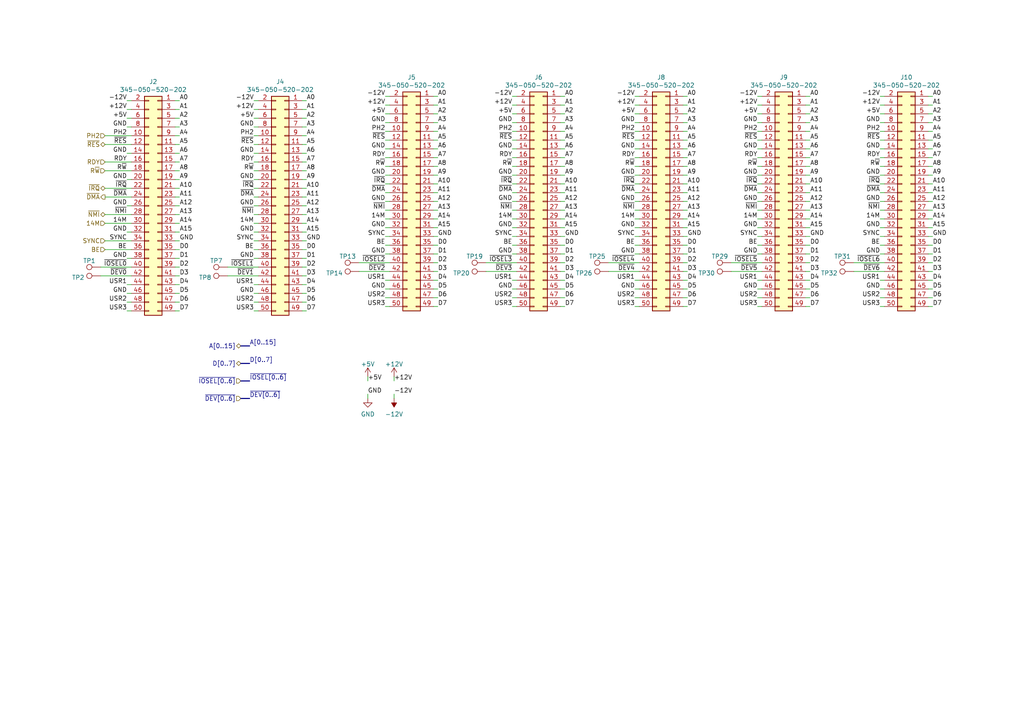
<source format=kicad_sch>
(kicad_sch (version 20211123) (generator eeschema)
  (paper "A4")
  (lib_symbols
    (symbol "Connector:TestPoint" (pin_numbers hide) (pin_names (offset 0.762) hide)
      (property "Reference" "TP" (at 0 6.858 0))
      (property "Value" "TestPoint" (at 0 5.08 0))
      (symbol "TestPoint_0_1"
        (circle (center 0 3.302) (radius 0.762))
      )
      (symbol "TestPoint_1_1"
        (pin passive line (at 0 0 90) (length 2.54) (name "1") (number "1"))
      )
    )
    (symbol "Connector_Generic:Conn_02x25_Odd_Even" (pin_names (offset 1.016) hide)
      (property "Reference" "J" (at 1.27 33.02 0))
      (property "Value" "Conn_02x25_Odd_Even" (at 1.27 -33.02 0))
      (symbol "Conn_02x25_Odd_Even_1_1"
        (rectangle (start -1.27 -30.353) (end 0 -30.607) (stroke (width 0.1524)))
        (rectangle (start -1.27 -27.813) (end 0 -28.067) (stroke (width 0.1524)))
        (rectangle (start -1.27 -25.273) (end 0 -25.527) (stroke (width 0.1524)))
        (rectangle (start -1.27 -22.733) (end 0 -22.987) (stroke (width 0.1524)))
        (rectangle (start -1.27 -20.193) (end 0 -20.447) (stroke (width 0.1524)))
        (rectangle (start -1.27 -17.653) (end 0 -17.907) (stroke (width 0.1524)))
        (rectangle (start -1.27 -15.113) (end 0 -15.367) (stroke (width 0.1524)))
        (rectangle (start -1.27 -12.573) (end 0 -12.827) (stroke (width 0.1524)))
        (rectangle (start -1.27 -10.033) (end 0 -10.287) (stroke (width 0.1524)))
        (rectangle (start -1.27 -7.493) (end 0 -7.747) (stroke (width 0.1524)))
        (rectangle (start -1.27 -4.953) (end 0 -5.207) (stroke (width 0.1524)))
        (rectangle (start -1.27 -2.413) (end 0 -2.667) (stroke (width 0.1524)))
        (rectangle (start -1.27 0.127) (end 0 -0.127) (stroke (width 0.1524)))
        (rectangle (start -1.27 2.667) (end 0 2.413) (stroke (width 0.1524)))
        (rectangle (start -1.27 5.207) (end 0 4.953) (stroke (width 0.1524)))
        (rectangle (start -1.27 7.747) (end 0 7.493) (stroke (width 0.1524)))
        (rectangle (start -1.27 10.287) (end 0 10.033) (stroke (width 0.1524)))
        (rectangle (start -1.27 12.827) (end 0 12.573) (stroke (width 0.1524)))
        (rectangle (start -1.27 15.367) (end 0 15.113) (stroke (width 0.1524)))
        (rectangle (start -1.27 17.907) (end 0 17.653) (stroke (width 0.1524)))
        (rectangle (start -1.27 20.447) (end 0 20.193) (stroke (width 0.1524)))
        (rectangle (start -1.27 22.987) (end 0 22.733) (stroke (width 0.1524)))
        (rectangle (start -1.27 25.527) (end 0 25.273) (stroke (width 0.1524)))
        (rectangle (start -1.27 28.067) (end 0 27.813) (stroke (width 0.1524)))
        (rectangle (start -1.27 30.607) (end 0 30.353) (stroke (width 0.1524)))
        (rectangle (start -1.27 31.75) (end 3.81 -31.75) (stroke (width 0.254)) (fill (type background)))
        (rectangle (start 3.81 -30.353) (end 2.54 -30.607) (stroke (width 0.1524)))
        (rectangle (start 3.81 -27.813) (end 2.54 -28.067) (stroke (width 0.1524)))
        (rectangle (start 3.81 -25.273) (end 2.54 -25.527) (stroke (width 0.1524)))
        (rectangle (start 3.81 -22.733) (end 2.54 -22.987) (stroke (width 0.1524)))
        (rectangle (start 3.81 -20.193) (end 2.54 -20.447) (stroke (width 0.1524)))
        (rectangle (start 3.81 -17.653) (end 2.54 -17.907) (stroke (width 0.1524)))
        (rectangle (start 3.81 -15.113) (end 2.54 -15.367) (stroke (width 0.1524)))
        (rectangle (start 3.81 -12.573) (end 2.54 -12.827) (stroke (width 0.1524)))
        (rectangle (start 3.81 -10.033) (end 2.54 -10.287) (stroke (width 0.1524)))
        (rectangle (start 3.81 -7.493) (end 2.54 -7.747) (stroke (width 0.1524)))
        (rectangle (start 3.81 -4.953) (end 2.54 -5.207) (stroke (width 0.1524)))
        (rectangle (start 3.81 -2.413) (end 2.54 -2.667) (stroke (width 0.1524)))
        (rectangle (start 3.81 0.127) (end 2.54 -0.127) (stroke (width 0.1524)))
        (rectangle (start 3.81 2.667) (end 2.54 2.413) (stroke (width 0.1524)))
        (rectangle (start 3.81 5.207) (end 2.54 4.953) (stroke (width 0.1524)))
        (rectangle (start 3.81 7.747) (end 2.54 7.493) (stroke (width 0.1524)))
        (rectangle (start 3.81 10.287) (end 2.54 10.033) (stroke (width 0.1524)))
        (rectangle (start 3.81 12.827) (end 2.54 12.573) (stroke (width 0.1524)))
        (rectangle (start 3.81 15.367) (end 2.54 15.113) (stroke (width 0.1524)))
        (rectangle (start 3.81 17.907) (end 2.54 17.653) (stroke (width 0.1524)))
        (rectangle (start 3.81 20.447) (end 2.54 20.193) (stroke (width 0.1524)))
        (rectangle (start 3.81 22.987) (end 2.54 22.733) (stroke (width 0.1524)))
        (rectangle (start 3.81 25.527) (end 2.54 25.273) (stroke (width 0.1524)))
        (rectangle (start 3.81 28.067) (end 2.54 27.813) (stroke (width 0.1524)))
        (rectangle (start 3.81 30.607) (end 2.54 30.353) (stroke (width 0.1524)))
        (pin passive line (at -5.08 30.48 0) (length 3.81) (name "Pin_1") (number "1"))
        (pin passive line (at 7.62 20.32 180) (length 3.81) (name "Pin_10") (number "10"))
        (pin passive line (at -5.08 17.78 0) (length 3.81) (name "Pin_11") (number "11"))
        (pin passive line (at 7.62 17.78 180) (length 3.81) (name "Pin_12") (number "12"))
        (pin passive line (at -5.08 15.24 0) (length 3.81) (name "Pin_13") (number "13"))
        (pin passive line (at 7.62 15.24 180) (length 3.81) (name "Pin_14") (number "14"))
        (pin passive line (at -5.08 12.7 0) (length 3.81) (name "Pin_15") (number "15"))
        (pin passive line (at 7.62 12.7 180) (length 3.81) (name "Pin_16") (number "16"))
        (pin passive line (at -5.08 10.16 0) (length 3.81) (name "Pin_17") (number "17"))
        (pin passive line (at 7.62 10.16 180) (length 3.81) (name "Pin_18") (number "18"))
        (pin passive line (at -5.08 7.62 0) (length 3.81) (name "Pin_19") (number "19"))
        (pin passive line (at 7.62 30.48 180) (length 3.81) (name "Pin_2") (number "2"))
        (pin passive line (at 7.62 7.62 180) (length 3.81) (name "Pin_20") (number "20"))
        (pin passive line (at -5.08 5.08 0) (length 3.81) (name "Pin_21") (number "21"))
        (pin passive line (at 7.62 5.08 180) (length 3.81) (name "Pin_22") (number "22"))
        (pin passive line (at -5.08 2.54 0) (length 3.81) (name "Pin_23") (number "23"))
        (pin passive line (at 7.62 2.54 180) (length 3.81) (name "Pin_24") (number "24"))
        (pin passive line (at -5.08 0 0) (length 3.81) (name "Pin_25") (number "25"))
        (pin passive line (at 7.62 0 180) (length 3.81) (name "Pin_26") (number "26"))
        (pin passive line (at -5.08 -2.54 0) (length 3.81) (name "Pin_27") (number "27"))
        (pin passive line (at 7.62 -2.54 180) (length 3.81) (name "Pin_28") (number "28"))
        (pin passive line (at -5.08 -5.08 0) (length 3.81) (name "Pin_29") (number "29"))
        (pin passive line (at -5.08 27.94 0) (length 3.81) (name "Pin_3") (number "3"))
        (pin passive line (at 7.62 -5.08 180) (length 3.81) (name "Pin_30") (number "30"))
        (pin passive line (at -5.08 -7.62 0) (length 3.81) (name "Pin_31") (number "31"))
        (pin passive line (at 7.62 -7.62 180) (length 3.81) (name "Pin_32") (number "32"))
        (pin passive line (at -5.08 -10.16 0) (length 3.81) (name "Pin_33") (number "33"))
        (pin passive line (at 7.62 -10.16 180) (length 3.81) (name "Pin_34") (number "34"))
        (pin passive line (at -5.08 -12.7 0) (length 3.81) (name "Pin_35") (number "35"))
        (pin passive line (at 7.62 -12.7 180) (length 3.81) (name "Pin_36") (number "36"))
        (pin passive line (at -5.08 -15.24 0) (length 3.81) (name "Pin_37") (number "37"))
        (pin passive line (at 7.62 -15.24 180) (length 3.81) (name "Pin_38") (number "38"))
        (pin passive line (at -5.08 -17.78 0) (length 3.81) (name "Pin_39") (number "39"))
        (pin passive line (at 7.62 27.94 180) (length 3.81) (name "Pin_4") (number "4"))
        (pin passive line (at 7.62 -17.78 180) (length 3.81) (name "Pin_40") (number "40"))
        (pin passive line (at -5.08 -20.32 0) (length 3.81) (name "Pin_41") (number "41"))
        (pin passive line (at 7.62 -20.32 180) (length 3.81) (name "Pin_42") (number "42"))
        (pin passive line (at -5.08 -22.86 0) (length 3.81) (name "Pin_43") (number "43"))
        (pin passive line (at 7.62 -22.86 180) (length 3.81) (name "Pin_44") (number "44"))
        (pin passive line (at -5.08 -25.4 0) (length 3.81) (name "Pin_45") (number "45"))
        (pin passive line (at 7.62 -25.4 180) (length 3.81) (name "Pin_46") (number "46"))
        (pin passive line (at -5.08 -27.94 0) (length 3.81) (name "Pin_47") (number "47"))
        (pin passive line (at 7.62 -27.94 180) (length 3.81) (name "Pin_48") (number "48"))
        (pin passive line (at -5.08 -30.48 0) (length 3.81) (name "Pin_49") (number "49"))
        (pin passive line (at -5.08 25.4 0) (length 3.81) (name "Pin_5") (number "5"))
        (pin passive line (at 7.62 -30.48 180) (length 3.81) (name "Pin_50") (number "50"))
        (pin passive line (at 7.62 25.4 180) (length 3.81) (name "Pin_6") (number "6"))
        (pin passive line (at -5.08 22.86 0) (length 3.81) (name "Pin_7") (number "7"))
        (pin passive line (at 7.62 22.86 180) (length 3.81) (name "Pin_8") (number "8"))
        (pin passive line (at -5.08 20.32 0) (length 3.81) (name "Pin_9") (number "9"))
      )
    )
    (symbol "power:+12V" (power) (pin_names (offset 0))
      (property "Value" "+12V" (at 0 3.556 0))
      (symbol "+12V_0_1"
        (polyline (pts (xy -0.762 1.27) (xy 0 2.54)))
        (polyline (pts (xy 0 0) (xy 0 2.54)))
        (polyline (pts (xy 0 2.54) (xy 0.762 1.27)))
      )
      (symbol "+12V_1_1"
        (pin power_in line (at 0 0 90) (length 0) hide (name "+12V") (number "1"))
      )
    )
    (symbol "power:+5V" (power) (pin_names (offset 0))
      (property "Value" "+5V" (at 0 3.556 0))
      (symbol "+5V_0_1"
        (polyline (pts (xy -0.762 1.27) (xy 0 2.54)))
        (polyline (pts (xy 0 0) (xy 0 2.54)))
        (polyline (pts (xy 0 2.54) (xy 0.762 1.27)))
      )
      (symbol "+5V_1_1"
        (pin power_in line (at 0 0 90) (length 0) hide (name "+5V") (number "1"))
      )
    )
    (symbol "power:-12V" (power) (pin_names (offset 0))
      (property "Value" "-12V" (at 0 3.81 0))
      (symbol "-12V_0_0"
        (pin power_in line (at 0 0 90) (length 0) hide (name "-12V") (number "1"))
      )
      (symbol "-12V_0_1"
        (polyline (pts (xy 0 0) (xy 0 1.27) (xy 0.762 1.27) (xy 0 2.54) (xy -0.762 1.27) (xy 0 1.27)) (fill (type outline)))
      )
    )
    (symbol "power:GND" (power) (pin_names (offset 0))
      (property "Value" "GND" (at 0 -3.81 0))
      (symbol "GND_0_1"
        (polyline (pts (xy 0 0) (xy 0 -1.27) (xy 1.27 -1.27) (xy 0 -2.54) (xy -1.27 -1.27) (xy 0 -1.27)))
      )
      (symbol "GND_1_1"
        (pin power_in line (at 0 0 270) (length 0) hide (name "GND") (number "1"))
      )
    )
  )
  (wire (pts (xy 184.15 88.9) (xy 185.42 88.9)))
  (wire (pts (xy 219.71 73.66) (xy 220.98 73.66)))
  (wire (pts (xy 73.66 72.39) (xy 74.93 72.39)))
  (wire (pts (xy 50.8 74.93) (xy 52.07 74.93)))
  (wire (pts (xy 111.76 81.28) (xy 113.03 81.28)))
  (wire (pts (xy 125.73 55.88) (xy 127 55.88)))
  (wire (pts (xy 162.56 43.18) (xy 163.83 43.18)))
  (wire (pts (xy 87.63 29.21) (xy 88.9 29.21)))
  (wire (pts (xy 106.68 114.3) (xy 106.68 115.57)))
  (wire (pts (xy 198.12 86.36) (xy 199.39 86.36)))
  (wire (pts (xy 233.68 63.5) (xy 234.95 63.5)))
  (wire (pts (xy 87.63 87.63) (xy 88.9 87.63)))
  (wire (pts (xy 233.68 71.12) (xy 234.95 71.12)))
  (wire (pts (xy 198.12 53.34) (xy 199.39 53.34)))
  (wire (pts (xy 219.71 27.94) (xy 220.98 27.94)))
  (wire (pts (xy 255.27 55.88) (xy 256.54 55.88)))
  (wire (pts (xy 87.63 67.31) (xy 88.9 67.31)))
  (wire (pts (xy 30.48 69.85) (xy 38.1 69.85)))
  (wire (pts (xy 233.68 53.34) (xy 234.95 53.34)))
  (wire (pts (xy 50.8 34.29) (xy 52.07 34.29)))
  (wire (pts (xy 87.63 59.69) (xy 88.9 59.69)))
  (wire (pts (xy 125.73 76.2) (xy 127 76.2)))
  (wire (pts (xy 184.15 35.56) (xy 185.42 35.56)))
  (wire (pts (xy 73.66 49.53) (xy 74.93 49.53)))
  (wire (pts (xy 73.66 31.75) (xy 74.93 31.75)))
  (bus (pts (xy 69.85 100.33) (xy 72.39 100.33)))
  (wire (pts (xy 184.15 45.72) (xy 185.42 45.72)))
  (wire (pts (xy 198.12 83.82) (xy 199.39 83.82)))
  (wire (pts (xy 87.63 31.75) (xy 88.9 31.75)))
  (wire (pts (xy 36.83 90.17) (xy 38.1 90.17)))
  (wire (pts (xy 269.24 50.8) (xy 270.51 50.8)))
  (wire (pts (xy 233.68 66.04) (xy 234.95 66.04)))
  (wire (pts (xy 255.27 53.34) (xy 256.54 53.34)))
  (wire (pts (xy 162.56 48.26) (xy 163.83 48.26)))
  (wire (pts (xy 87.63 72.39) (xy 88.9 72.39)))
  (wire (pts (xy 125.73 66.04) (xy 127 66.04)))
  (wire (pts (xy 233.68 55.88) (xy 234.95 55.88)))
  (wire (pts (xy 269.24 48.26) (xy 270.51 48.26)))
  (wire (pts (xy 184.15 60.96) (xy 185.42 60.96)))
  (wire (pts (xy 269.24 45.72) (xy 270.51 45.72)))
  (wire (pts (xy 50.8 87.63) (xy 52.07 87.63)))
  (wire (pts (xy 30.48 54.61) (xy 38.1 54.61)))
  (wire (pts (xy 87.63 54.61) (xy 88.9 54.61)))
  (wire (pts (xy 184.15 53.34) (xy 185.42 53.34)))
  (wire (pts (xy 269.24 38.1) (xy 270.51 38.1)))
  (wire (pts (xy 184.15 86.36) (xy 185.42 86.36)))
  (bus (pts (xy 69.85 115.57) (xy 72.39 115.57)))
  (wire (pts (xy 255.27 43.18) (xy 256.54 43.18)))
  (wire (pts (xy 162.56 35.56) (xy 163.83 35.56)))
  (wire (pts (xy 219.71 43.18) (xy 220.98 43.18)))
  (wire (pts (xy 269.24 68.58) (xy 270.51 68.58)))
  (wire (pts (xy 73.66 85.09) (xy 74.93 85.09)))
  (wire (pts (xy 148.59 60.96) (xy 149.86 60.96)))
  (wire (pts (xy 269.24 78.74) (xy 270.51 78.74)))
  (wire (pts (xy 233.68 83.82) (xy 234.95 83.82)))
  (wire (pts (xy 125.73 45.72) (xy 127 45.72)))
  (wire (pts (xy 50.8 57.15) (xy 52.07 57.15)))
  (wire (pts (xy 198.12 35.56) (xy 199.39 35.56)))
  (wire (pts (xy 73.66 41.91) (xy 74.93 41.91)))
  (wire (pts (xy 219.71 88.9) (xy 220.98 88.9)))
  (wire (pts (xy 36.83 52.07) (xy 38.1 52.07)))
  (wire (pts (xy 87.63 69.85) (xy 88.9 69.85)))
  (wire (pts (xy 50.8 85.09) (xy 52.07 85.09)))
  (wire (pts (xy 219.71 35.56) (xy 220.98 35.56)))
  (wire (pts (xy 148.59 35.56) (xy 149.86 35.56)))
  (wire (pts (xy 73.66 52.07) (xy 74.93 52.07)))
  (wire (pts (xy 29.21 77.47) (xy 38.1 77.47)))
  (wire (pts (xy 30.48 46.99) (xy 38.1 46.99)))
  (wire (pts (xy 73.66 54.61) (xy 74.93 54.61)))
  (wire (pts (xy 125.73 40.64) (xy 127 40.64)))
  (wire (pts (xy 73.66 62.23) (xy 74.93 62.23)))
  (wire (pts (xy 219.71 58.42) (xy 220.98 58.42)))
  (wire (pts (xy 219.71 63.5) (xy 220.98 63.5)))
  (wire (pts (xy 176.53 78.74) (xy 185.42 78.74)))
  (wire (pts (xy 125.73 30.48) (xy 127 30.48)))
  (wire (pts (xy 219.71 66.04) (xy 220.98 66.04)))
  (wire (pts (xy 87.63 62.23) (xy 88.9 62.23)))
  (wire (pts (xy 255.27 60.96) (xy 256.54 60.96)))
  (wire (pts (xy 111.76 83.82) (xy 113.03 83.82)))
  (wire (pts (xy 162.56 86.36) (xy 163.83 86.36)))
  (wire (pts (xy 269.24 71.12) (xy 270.51 71.12)))
  (wire (pts (xy 87.63 64.77) (xy 88.9 64.77)))
  (wire (pts (xy 87.63 57.15) (xy 88.9 57.15)))
  (wire (pts (xy 50.8 82.55) (xy 52.07 82.55)))
  (wire (pts (xy 36.83 34.29) (xy 38.1 34.29)))
  (wire (pts (xy 30.48 62.23) (xy 38.1 62.23)))
  (wire (pts (xy 255.27 73.66) (xy 256.54 73.66)))
  (wire (pts (xy 255.27 71.12) (xy 256.54 71.12)))
  (wire (pts (xy 73.66 69.85) (xy 74.93 69.85)))
  (wire (pts (xy 184.15 68.58) (xy 185.42 68.58)))
  (wire (pts (xy 198.12 68.58) (xy 199.39 68.58)))
  (wire (pts (xy 125.73 68.58) (xy 127 68.58)))
  (wire (pts (xy 184.15 48.26) (xy 185.42 48.26)))
  (wire (pts (xy 87.63 49.53) (xy 88.9 49.53)))
  (wire (pts (xy 104.14 76.2) (xy 113.03 76.2)))
  (wire (pts (xy 50.8 46.99) (xy 52.07 46.99)))
  (wire (pts (xy 198.12 76.2) (xy 199.39 76.2)))
  (wire (pts (xy 162.56 71.12) (xy 163.83 71.12)))
  (wire (pts (xy 87.63 80.01) (xy 88.9 80.01)))
  (wire (pts (xy 111.76 55.88) (xy 113.03 55.88)))
  (wire (pts (xy 125.73 83.82) (xy 127 83.82)))
  (wire (pts (xy 247.65 76.2) (xy 256.54 76.2)))
  (wire (pts (xy 219.71 33.02) (xy 220.98 33.02)))
  (wire (pts (xy 73.66 46.99) (xy 74.93 46.99)))
  (wire (pts (xy 233.68 81.28) (xy 234.95 81.28)))
  (wire (pts (xy 255.27 88.9) (xy 256.54 88.9)))
  (wire (pts (xy 87.63 44.45) (xy 88.9 44.45)))
  (wire (pts (xy 36.83 87.63) (xy 38.1 87.63)))
  (wire (pts (xy 36.83 85.09) (xy 38.1 85.09)))
  (wire (pts (xy 125.73 27.94) (xy 127 27.94)))
  (wire (pts (xy 198.12 48.26) (xy 199.39 48.26)))
  (wire (pts (xy 198.12 58.42) (xy 199.39 58.42)))
  (wire (pts (xy 114.3 109.22) (xy 114.3 110.49)))
  (wire (pts (xy 50.8 59.69) (xy 52.07 59.69)))
  (wire (pts (xy 125.73 38.1) (xy 127 38.1)))
  (wire (pts (xy 73.66 34.29) (xy 74.93 34.29)))
  (wire (pts (xy 176.53 76.2) (xy 185.42 76.2)))
  (wire (pts (xy 162.56 83.82) (xy 163.83 83.82)))
  (wire (pts (xy 50.8 69.85) (xy 52.07 69.85)))
  (wire (pts (xy 184.15 30.48) (xy 185.42 30.48)))
  (wire (pts (xy 198.12 78.74) (xy 199.39 78.74)))
  (wire (pts (xy 269.24 40.64) (xy 270.51 40.64)))
  (wire (pts (xy 233.68 45.72) (xy 234.95 45.72)))
  (wire (pts (xy 87.63 39.37) (xy 88.9 39.37)))
  (wire (pts (xy 148.59 45.72) (xy 149.86 45.72)))
  (wire (pts (xy 87.63 77.47) (xy 88.9 77.47)))
  (wire (pts (xy 269.24 63.5) (xy 270.51 63.5)))
  (wire (pts (xy 219.71 81.28) (xy 220.98 81.28)))
  (wire (pts (xy 269.24 88.9) (xy 270.51 88.9)))
  (wire (pts (xy 111.76 60.96) (xy 113.03 60.96)))
  (wire (pts (xy 148.59 40.64) (xy 149.86 40.64)))
  (wire (pts (xy 162.56 66.04) (xy 163.83 66.04)))
  (wire (pts (xy 87.63 46.99) (xy 88.9 46.99)))
  (wire (pts (xy 184.15 55.88) (xy 185.42 55.88)))
  (wire (pts (xy 111.76 40.64) (xy 113.03 40.64)))
  (wire (pts (xy 50.8 54.61) (xy 52.07 54.61)))
  (wire (pts (xy 30.48 39.37) (xy 38.1 39.37)))
  (wire (pts (xy 111.76 63.5) (xy 113.03 63.5)))
  (wire (pts (xy 87.63 34.29) (xy 88.9 34.29)))
  (wire (pts (xy 255.27 58.42) (xy 256.54 58.42)))
  (wire (pts (xy 198.12 50.8) (xy 199.39 50.8)))
  (wire (pts (xy 198.12 30.48) (xy 199.39 30.48)))
  (wire (pts (xy 184.15 50.8) (xy 185.42 50.8)))
  (wire (pts (xy 233.68 27.94) (xy 234.95 27.94)))
  (wire (pts (xy 233.68 60.96) (xy 234.95 60.96)))
  (wire (pts (xy 111.76 27.94) (xy 113.03 27.94)))
  (bus (pts (xy 69.85 110.49) (xy 72.39 110.49)))
  (wire (pts (xy 111.76 88.9) (xy 113.03 88.9)))
  (wire (pts (xy 212.09 76.2) (xy 220.98 76.2)))
  (wire (pts (xy 219.71 30.48) (xy 220.98 30.48)))
  (wire (pts (xy 111.76 35.56) (xy 113.03 35.56)))
  (wire (pts (xy 198.12 38.1) (xy 199.39 38.1)))
  (wire (pts (xy 148.59 38.1) (xy 149.86 38.1)))
  (wire (pts (xy 255.27 40.64) (xy 256.54 40.64)))
  (wire (pts (xy 162.56 76.2) (xy 163.83 76.2)))
  (wire (pts (xy 50.8 77.47) (xy 52.07 77.47)))
  (wire (pts (xy 111.76 66.04) (xy 113.03 66.04)))
  (wire (pts (xy 125.73 60.96) (xy 127 60.96)))
  (wire (pts (xy 219.71 40.64) (xy 220.98 40.64)))
  (wire (pts (xy 36.83 29.21) (xy 38.1 29.21)))
  (wire (pts (xy 219.71 48.26) (xy 220.98 48.26)))
  (wire (pts (xy 162.56 60.96) (xy 163.83 60.96)))
  (wire (pts (xy 255.27 68.58) (xy 256.54 68.58)))
  (wire (pts (xy 255.27 33.02) (xy 256.54 33.02)))
  (wire (pts (xy 219.71 45.72) (xy 220.98 45.72)))
  (wire (pts (xy 233.68 35.56) (xy 234.95 35.56)))
  (wire (pts (xy 125.73 48.26) (xy 127 48.26)))
  (wire (pts (xy 148.59 68.58) (xy 149.86 68.58)))
  (wire (pts (xy 184.15 33.02) (xy 185.42 33.02)))
  (wire (pts (xy 198.12 66.04) (xy 199.39 66.04)))
  (wire (pts (xy 36.83 31.75) (xy 38.1 31.75)))
  (wire (pts (xy 219.71 38.1) (xy 220.98 38.1)))
  (wire (pts (xy 233.68 43.18) (xy 234.95 43.18)))
  (wire (pts (xy 87.63 52.07) (xy 88.9 52.07)))
  (wire (pts (xy 111.76 33.02) (xy 113.03 33.02)))
  (wire (pts (xy 219.71 50.8) (xy 220.98 50.8)))
  (wire (pts (xy 125.73 78.74) (xy 127 78.74)))
  (wire (pts (xy 73.66 82.55) (xy 74.93 82.55)))
  (bus (pts (xy 69.85 105.41) (xy 72.39 105.41)))
  (wire (pts (xy 255.27 35.56) (xy 256.54 35.56)))
  (wire (pts (xy 30.48 57.15) (xy 38.1 57.15)))
  (wire (pts (xy 73.66 87.63) (xy 74.93 87.63)))
  (wire (pts (xy 36.83 82.55) (xy 38.1 82.55)))
  (wire (pts (xy 73.66 44.45) (xy 74.93 44.45)))
  (wire (pts (xy 162.56 81.28) (xy 163.83 81.28)))
  (wire (pts (xy 255.27 63.5) (xy 256.54 63.5)))
  (wire (pts (xy 212.09 78.74) (xy 220.98 78.74)))
  (wire (pts (xy 162.56 73.66) (xy 163.83 73.66)))
  (wire (pts (xy 184.15 38.1) (xy 185.42 38.1)))
  (wire (pts (xy 219.71 68.58) (xy 220.98 68.58)))
  (wire (pts (xy 30.48 72.39) (xy 38.1 72.39)))
  (wire (pts (xy 269.24 53.34) (xy 270.51 53.34)))
  (wire (pts (xy 50.8 29.21) (xy 52.07 29.21)))
  (wire (pts (xy 111.76 45.72) (xy 113.03 45.72)))
  (wire (pts (xy 233.68 73.66) (xy 234.95 73.66)))
  (wire (pts (xy 162.56 27.94) (xy 163.83 27.94)))
  (wire (pts (xy 219.71 83.82) (xy 220.98 83.82)))
  (wire (pts (xy 255.27 83.82) (xy 256.54 83.82)))
  (wire (pts (xy 233.68 38.1) (xy 234.95 38.1)))
  (wire (pts (xy 184.15 40.64) (xy 185.42 40.64)))
  (wire (pts (xy 125.73 35.56) (xy 127 35.56)))
  (wire (pts (xy 50.8 80.01) (xy 52.07 80.01)))
  (wire (pts (xy 50.8 67.31) (xy 52.07 67.31)))
  (wire (pts (xy 162.56 55.88) (xy 163.83 55.88)))
  (wire (pts (xy 87.63 74.93) (xy 88.9 74.93)))
  (wire (pts (xy 219.71 60.96) (xy 220.98 60.96)))
  (wire (pts (xy 87.63 36.83) (xy 88.9 36.83)))
  (wire (pts (xy 125.73 81.28) (xy 127 81.28)))
  (wire (pts (xy 73.66 36.83) (xy 74.93 36.83)))
  (wire (pts (xy 233.68 40.64) (xy 234.95 40.64)))
  (wire (pts (xy 233.68 86.36) (xy 234.95 86.36)))
  (wire (pts (xy 162.56 30.48) (xy 163.83 30.48)))
  (wire (pts (xy 50.8 72.39) (xy 52.07 72.39)))
  (wire (pts (xy 73.66 90.17) (xy 74.93 90.17)))
  (wire (pts (xy 148.59 81.28) (xy 149.86 81.28)))
  (wire (pts (xy 73.66 39.37) (xy 74.93 39.37)))
  (wire (pts (xy 162.56 88.9) (xy 163.83 88.9)))
  (wire (pts (xy 125.73 58.42) (xy 127 58.42)))
  (wire (pts (xy 198.12 45.72) (xy 199.39 45.72)))
  (wire (pts (xy 125.73 50.8) (xy 127 50.8)))
  (wire (pts (xy 255.27 38.1) (xy 256.54 38.1)))
  (wire (pts (xy 36.83 59.69) (xy 38.1 59.69)))
  (wire (pts (xy 50.8 41.91) (xy 52.07 41.91)))
  (wire (pts (xy 198.12 71.12) (xy 199.39 71.12)))
  (wire (pts (xy 162.56 45.72) (xy 163.83 45.72)))
  (wire (pts (xy 87.63 85.09) (xy 88.9 85.09)))
  (wire (pts (xy 73.66 29.21) (xy 74.93 29.21)))
  (wire (pts (xy 50.8 39.37) (xy 52.07 39.37)))
  (wire (pts (xy 269.24 86.36) (xy 270.51 86.36)))
  (wire (pts (xy 73.66 67.31) (xy 74.93 67.31)))
  (wire (pts (xy 111.76 86.36) (xy 113.03 86.36)))
  (wire (pts (xy 125.73 88.9) (xy 127 88.9)))
  (wire (pts (xy 148.59 27.94) (xy 149.86 27.94)))
  (wire (pts (xy 140.97 78.74) (xy 149.86 78.74)))
  (wire (pts (xy 269.24 66.04) (xy 270.51 66.04)))
  (wire (pts (xy 114.3 114.3) (xy 114.3 115.57)))
  (wire (pts (xy 198.12 40.64) (xy 199.39 40.64)))
  (wire (pts (xy 148.59 55.88) (xy 149.86 55.88)))
  (wire (pts (xy 255.27 81.28) (xy 256.54 81.28)))
  (wire (pts (xy 184.15 83.82) (xy 185.42 83.82)))
  (wire (pts (xy 198.12 60.96) (xy 199.39 60.96)))
  (wire (pts (xy 73.66 57.15) (xy 74.93 57.15)))
  (wire (pts (xy 125.73 43.18) (xy 127 43.18)))
  (wire (pts (xy 148.59 48.26) (xy 149.86 48.26)))
  (wire (pts (xy 50.8 90.17) (xy 52.07 90.17)))
  (wire (pts (xy 30.48 49.53) (xy 38.1 49.53)))
  (wire (pts (xy 111.76 68.58) (xy 113.03 68.58)))
  (wire (pts (xy 269.24 76.2) (xy 270.51 76.2)))
  (wire (pts (xy 269.24 33.02) (xy 270.51 33.02)))
  (wire (pts (xy 50.8 31.75) (xy 52.07 31.75)))
  (wire (pts (xy 255.27 27.94) (xy 256.54 27.94)))
  (wire (pts (xy 87.63 41.91) (xy 88.9 41.91)))
  (wire (pts (xy 184.15 71.12) (xy 185.42 71.12)))
  (wire (pts (xy 111.76 48.26) (xy 113.03 48.26)))
  (wire (pts (xy 233.68 88.9) (xy 234.95 88.9)))
  (wire (pts (xy 106.68 109.22) (xy 106.68 110.49)))
  (wire (pts (xy 50.8 62.23) (xy 52.07 62.23)))
  (wire (pts (xy 148.59 50.8) (xy 149.86 50.8)))
  (wire (pts (xy 162.56 40.64) (xy 163.83 40.64)))
  (wire (pts (xy 36.83 36.83) (xy 38.1 36.83)))
  (wire (pts (xy 148.59 30.48) (xy 149.86 30.48)))
  (wire (pts (xy 148.59 43.18) (xy 149.86 43.18)))
  (wire (pts (xy 162.56 58.42) (xy 163.83 58.42)))
  (wire (pts (xy 111.76 38.1) (xy 113.03 38.1)))
  (wire (pts (xy 184.15 63.5) (xy 185.42 63.5)))
  (wire (pts (xy 125.73 73.66) (xy 127 73.66)))
  (wire (pts (xy 198.12 27.94) (xy 199.39 27.94)))
  (wire (pts (xy 66.04 77.47) (xy 74.93 77.47)))
  (wire (pts (xy 125.73 86.36) (xy 127 86.36)))
  (wire (pts (xy 233.68 30.48) (xy 234.95 30.48)))
  (wire (pts (xy 104.14 78.74) (xy 113.03 78.74)))
  (wire (pts (xy 184.15 27.94) (xy 185.42 27.94)))
  (wire (pts (xy 233.68 76.2) (xy 234.95 76.2)))
  (wire (pts (xy 125.73 71.12) (xy 127 71.12)))
  (wire (pts (xy 148.59 66.04) (xy 149.86 66.04)))
  (wire (pts (xy 125.73 63.5) (xy 127 63.5)))
  (wire (pts (xy 50.8 49.53) (xy 52.07 49.53)))
  (wire (pts (xy 73.66 74.93) (xy 74.93 74.93)))
  (wire (pts (xy 125.73 33.02) (xy 127 33.02)))
  (wire (pts (xy 111.76 53.34) (xy 113.03 53.34)))
  (wire (pts (xy 184.15 66.04) (xy 185.42 66.04)))
  (wire (pts (xy 269.24 81.28) (xy 270.51 81.28)))
  (wire (pts (xy 148.59 53.34) (xy 149.86 53.34)))
  (wire (pts (xy 269.24 58.42) (xy 270.51 58.42)))
  (wire (pts (xy 66.04 80.01) (xy 74.93 80.01)))
  (wire (pts (xy 73.66 64.77) (xy 74.93 64.77)))
  (wire (pts (xy 269.24 83.82) (xy 270.51 83.82)))
  (wire (pts (xy 162.56 38.1) (xy 163.83 38.1)))
  (wire (pts (xy 162.56 68.58) (xy 163.83 68.58)))
  (wire (pts (xy 269.24 73.66) (xy 270.51 73.66)))
  (wire (pts (xy 148.59 63.5) (xy 149.86 63.5)))
  (wire (pts (xy 36.83 44.45) (xy 38.1 44.45)))
  (wire (pts (xy 255.27 50.8) (xy 256.54 50.8)))
  (wire (pts (xy 269.24 30.48) (xy 270.51 30.48)))
  (wire (pts (xy 29.21 80.01) (xy 38.1 80.01)))
  (wire (pts (xy 198.12 63.5) (xy 199.39 63.5)))
  (wire (pts (xy 111.76 73.66) (xy 113.03 73.66)))
  (wire (pts (xy 111.76 58.42) (xy 113.03 58.42)))
  (wire (pts (xy 233.68 50.8) (xy 234.95 50.8)))
  (wire (pts (xy 269.24 35.56) (xy 270.51 35.56)))
  (wire (pts (xy 50.8 64.77) (xy 52.07 64.77)))
  (wire (pts (xy 233.68 68.58) (xy 234.95 68.58)))
  (wire (pts (xy 87.63 82.55) (xy 88.9 82.55)))
  (wire (pts (xy 50.8 36.83) (xy 52.07 36.83)))
  (wire (pts (xy 111.76 43.18) (xy 113.03 43.18)))
  (wire (pts (xy 255.27 30.48) (xy 256.54 30.48)))
  (wire (pts (xy 125.73 53.34) (xy 127 53.34)))
  (wire (pts (xy 255.27 66.04) (xy 256.54 66.04)))
  (wire (pts (xy 162.56 33.02) (xy 163.83 33.02)))
  (wire (pts (xy 255.27 48.26) (xy 256.54 48.26)))
  (wire (pts (xy 73.66 59.69) (xy 74.93 59.69)))
  (wire (pts (xy 111.76 71.12) (xy 113.03 71.12)))
  (wire (pts (xy 148.59 33.02) (xy 149.86 33.02)))
  (wire (pts (xy 233.68 78.74) (xy 234.95 78.74)))
  (wire (pts (xy 233.68 58.42) (xy 234.95 58.42)))
  (wire (pts (xy 233.68 48.26) (xy 234.95 48.26)))
  (wire (pts (xy 162.56 78.74) (xy 163.83 78.74)))
  (wire (pts (xy 50.8 44.45) (xy 52.07 44.45)))
  (wire (pts (xy 148.59 58.42) (xy 149.86 58.42)))
  (wire (pts (xy 148.59 83.82) (xy 149.86 83.82)))
  (wire (pts (xy 162.56 53.34) (xy 163.83 53.34)))
  (wire (pts (xy 36.83 67.31) (xy 38.1 67.31)))
  (wire (pts (xy 140.97 76.2) (xy 149.86 76.2)))
  (wire (pts (xy 162.56 63.5) (xy 163.83 63.5)))
  (wire (pts (xy 269.24 60.96) (xy 270.51 60.96)))
  (wire (pts (xy 148.59 88.9) (xy 149.86 88.9)))
  (wire (pts (xy 269.24 27.94) (xy 270.51 27.94)))
  (wire (pts (xy 255.27 45.72) (xy 256.54 45.72)))
  (wire (pts (xy 198.12 33.02) (xy 199.39 33.02)))
  (wire (pts (xy 50.8 52.07) (xy 52.07 52.07)))
  (wire (pts (xy 111.76 50.8) (xy 113.03 50.8)))
  (wire (pts (xy 269.24 43.18) (xy 270.51 43.18)))
  (wire (pts (xy 198.12 55.88) (xy 199.39 55.88)))
  (wire (pts (xy 184.15 81.28) (xy 185.42 81.28)))
  (wire (pts (xy 184.15 58.42) (xy 185.42 58.42)))
  (wire (pts (xy 184.15 73.66) (xy 185.42 73.66)))
  (wire (pts (xy 198.12 88.9) (xy 199.39 88.9)))
  (wire (pts (xy 198.12 81.28) (xy 199.39 81.28)))
  (wire (pts (xy 162.56 50.8) (xy 163.83 50.8)))
  (wire (pts (xy 219.71 53.34) (xy 220.98 53.34)))
  (wire (pts (xy 30.48 64.77) (xy 38.1 64.77)))
  (wire (pts (xy 148.59 86.36) (xy 149.86 86.36)))
  (wire (pts (xy 219.71 86.36) (xy 220.98 86.36)))
  (wire (pts (xy 198.12 43.18) (xy 199.39 43.18)))
  (wire (pts (xy 36.83 74.93) (xy 38.1 74.93)))
  (wire (pts (xy 269.24 55.88) (xy 270.51 55.88)))
  (wire (pts (xy 198.12 73.66) (xy 199.39 73.66)))
  (wire (pts (xy 255.27 86.36) (xy 256.54 86.36)))
  (wire (pts (xy 233.68 33.02) (xy 234.95 33.02)))
  (wire (pts (xy 148.59 73.66) (xy 149.86 73.66)))
  (wire (pts (xy 219.71 55.88) (xy 220.98 55.88)))
  (wire (pts (xy 184.15 43.18) (xy 185.42 43.18)))
  (wire (pts (xy 30.48 41.91) (xy 38.1 41.91)))
  (wire (pts (xy 111.76 30.48) (xy 113.03 30.48)))
  (wire (pts (xy 148.59 71.12) (xy 149.86 71.12)))
  (wire (pts (xy 87.63 90.17) (xy 88.9 90.17)))
  (wire (pts (xy 219.71 71.12) (xy 220.98 71.12)))
  (wire (pts (xy 247.65 78.74) (xy 256.54 78.74)))
  (label "-12V" (at 111.76 27.94 180))
  (label "USR2" (at 184.15 86.36 180))
  (label "A13" (at 270.51 60.96 0))
  (label "A7" (at 234.95 45.72 0))
  (label "D3" (at 52.07 80.01 0))
  (label "A0" (at 199.39 27.94 0))
  (label "A11" (at 199.39 55.88 0))
  (label "GND" (at 111.76 83.82 180))
  (label "A2" (at 199.39 33.02 0))
  (label "A6" (at 127 43.18 0))
  (label "GND" (at 36.83 59.69 180))
  (label "GND" (at 73.66 52.07 180))
  (label "~{DEV2}" (at 111.76 78.74 180))
  (label "GND" (at 255.27 50.8 180))
  (label "A14" (at 52.07 64.77 0))
  (label "~{NMI}" (at 184.15 60.96 180))
  (label "~{DEV6}" (at 255.27 78.74 180))
  (label "A5" (at 163.83 40.64 0))
  (label "GND" (at 255.27 83.82 180))
  (label "D5" (at 199.39 83.82 0))
  (label "USR3" (at 73.66 90.17 180))
  (label "GND" (at 111.76 73.66 180))
  (label "A11" (at 88.9 57.15 0))
  (label "GND" (at 111.76 50.8 180))
  (label "A8" (at 88.9 49.53 0))
  (label "A14" (at 234.95 63.5 0))
  (label "GND" (at 36.83 36.83 180))
  (label "+5V" (at 36.83 34.29 180))
  (label "GND" (at 219.71 83.82 180))
  (label "~{DMA}" (at 111.76 55.88 180))
  (label "~{IOSEL3}" (at 148.59 76.2 180))
  (label "D2" (at 270.51 76.2 0))
  (label "D4" (at 163.83 81.28 0))
  (label "~{DEV5}" (at 219.71 78.74 180))
  (label "A14" (at 127 63.5 0))
  (label "A12" (at 199.39 58.42 0))
  (label "D1" (at 88.9 74.93 0))
  (label "GND" (at 234.95 68.58 0))
  (label "D6" (at 234.95 86.36 0))
  (label "GND" (at 148.59 35.56 180))
  (label "A10" (at 88.9 54.61 0))
  (label "D0" (at 127 71.12 0))
  (label "A14" (at 199.39 63.5 0))
  (label "USR2" (at 148.59 86.36 180))
  (label "GND" (at 36.83 85.09 180))
  (label "~{DEV3}" (at 148.59 78.74 180))
  (label "D7" (at 234.95 88.9 0))
  (label "USR2" (at 111.76 86.36 180))
  (label "A13" (at 163.83 60.96 0))
  (label "A5" (at 234.95 40.64 0))
  (label "A11" (at 52.07 57.15 0))
  (label "A14" (at 163.83 63.5 0))
  (label "A6" (at 52.07 44.45 0))
  (label "GND" (at 127 68.58 0))
  (label "GND" (at 36.83 52.07 180))
  (label "R~{W}" (at 111.76 48.26 180))
  (label "GND" (at 52.07 69.85 0))
  (label "A12" (at 234.95 58.42 0))
  (label "+12V" (at 219.71 30.48 180))
  (label "GND" (at 255.27 58.42 180))
  (label "GND" (at 255.27 73.66 180))
  (label "~{DEV0}" (at 36.83 80.01 180))
  (label "GND" (at 163.83 68.58 0))
  (label "+5V" (at 184.15 33.02 180))
  (label "D4" (at 270.51 81.28 0))
  (label "D3" (at 163.83 78.74 0))
  (label "GND" (at 219.71 35.56 180))
  (label "A13" (at 88.9 62.23 0))
  (label "D3" (at 88.9 80.01 0))
  (label "D7" (at 127 88.9 0))
  (label "~{NMI}" (at 148.59 60.96 180))
  (label "~{IOSEL[0..6]}" (at 72.39 110.49 0))
  (label "-12V" (at 255.27 27.94 180))
  (label "D4" (at 234.95 81.28 0))
  (label "D1" (at 270.51 73.66 0))
  (label "14M" (at 219.71 63.5 180))
  (label "+12V" (at 184.15 30.48 180))
  (label "A1" (at 52.07 31.75 0))
  (label "~{IRQ}" (at 219.71 53.34 180))
  (label "SYNC" (at 148.59 68.58 180))
  (label "+5V" (at 148.59 33.02 180))
  (label "D3" (at 270.51 78.74 0))
  (label "A9" (at 52.07 52.07 0))
  (label "A6" (at 163.83 43.18 0))
  (label "A8" (at 270.51 48.26 0))
  (label "A4" (at 52.07 39.37 0))
  (label "GND" (at 73.66 85.09 180))
  (label "D0" (at 52.07 72.39 0))
  (label "~{RES}" (at 36.83 41.91 180))
  (label "GND" (at 199.39 68.58 0))
  (label "GND" (at 219.71 43.18 180))
  (label "D2" (at 88.9 77.47 0))
  (label "A0" (at 234.95 27.94 0))
  (label "PH2" (at 111.76 38.1 180))
  (label "A4" (at 88.9 39.37 0))
  (label "D7" (at 52.07 90.17 0))
  (label "A4" (at 234.95 38.1 0))
  (label "-12V" (at 114.3 114.3 0))
  (label "GND" (at 184.15 35.56 180))
  (label "SYNC" (at 73.66 69.85 180))
  (label "A2" (at 52.07 34.29 0))
  (label "~{RES}" (at 219.71 40.64 180))
  (label "-12V" (at 36.83 29.21 180))
  (label "+5V" (at 106.68 110.49 0))
  (label "PH2" (at 184.15 38.1 180))
  (label "+12V" (at 114.3 110.49 0))
  (label "D7" (at 163.83 88.9 0))
  (label "~{IOSEL6}" (at 255.27 76.2 180))
  (label "A14" (at 88.9 64.77 0))
  (label "A12" (at 270.51 58.42 0))
  (label "A10" (at 127 53.34 0))
  (label "A15" (at 234.95 66.04 0))
  (label "A0" (at 52.07 29.21 0))
  (label "GND" (at 111.76 58.42 180))
  (label "GND" (at 148.59 73.66 180))
  (label "BE" (at 36.83 72.39 180))
  (label "BE" (at 184.15 71.12 180))
  (label "~{NMI}" (at 219.71 60.96 180))
  (label "D2" (at 199.39 76.2 0))
  (label "~{IRQ}" (at 255.27 53.34 180))
  (label "A11" (at 127 55.88 0))
  (label "A15" (at 270.51 66.04 0))
  (label "D2" (at 234.95 76.2 0))
  (label "D3" (at 199.39 78.74 0))
  (label "D3" (at 234.95 78.74 0))
  (label "A4" (at 127 38.1 0))
  (label "+12V" (at 111.76 30.48 180))
  (label "A5" (at 270.51 40.64 0))
  (label "USR1" (at 73.66 82.55 180))
  (label "-12V" (at 184.15 27.94 180))
  (label "GND" (at 184.15 50.8 180))
  (label "A2" (at 270.51 33.02 0))
  (label "D1" (at 199.39 73.66 0))
  (label "GND" (at 255.27 43.18 180))
  (label "A6" (at 270.51 43.18 0))
  (label "A8" (at 163.83 48.26 0))
  (label "A8" (at 52.07 49.53 0))
  (label "A0" (at 88.9 29.21 0))
  (label "D5" (at 52.07 85.09 0))
  (label "GND" (at 184.15 58.42 180))
  (label "D5" (at 234.95 83.82 0))
  (label "R~{W}" (at 184.15 48.26 180))
  (label "A15" (at 163.83 66.04 0))
  (label "A10" (at 270.51 53.34 0))
  (label "A7" (at 163.83 45.72 0))
  (label "A9" (at 127 50.8 0))
  (label "D2" (at 127 76.2 0))
  (label "A10" (at 234.95 53.34 0))
  (label "D1" (at 234.95 73.66 0))
  (label "A13" (at 199.39 60.96 0))
  (label "A9" (at 234.95 50.8 0))
  (label "GND" (at 219.71 73.66 180))
  (label "A10" (at 52.07 54.61 0))
  (label "A8" (at 199.39 48.26 0))
  (label "~{IRQ}" (at 36.83 54.61 180))
  (label "A1" (at 234.95 30.48 0))
  (label "A0" (at 163.83 27.94 0))
  (label "A3" (at 270.51 35.56 0))
  (label "RDY" (at 73.66 46.99 180))
  (label "BE" (at 111.76 71.12 180))
  (label "A12" (at 52.07 59.69 0))
  (label "GND" (at 219.71 66.04 180))
  (label "USR2" (at 36.83 87.63 180))
  (label "GND" (at 73.66 67.31 180))
  (label "SYNC" (at 184.15 68.58 180))
  (label "USR1" (at 111.76 81.28 180))
  (label "GND" (at 36.83 44.45 180))
  (label "USR2" (at 73.66 87.63 180))
  (label "D6" (at 52.07 87.63 0))
  (label "D6" (at 199.39 86.36 0))
  (label "GND" (at 111.76 66.04 180))
  (label "~{IOSEL2}" (at 111.76 76.2 180))
  (label "+5V" (at 255.27 33.02 180))
  (label "GND" (at 219.71 50.8 180))
  (label "~{RES}" (at 73.66 41.91 180))
  (label "BE" (at 219.71 71.12 180))
  (label "PH2" (at 219.71 38.1 180))
  (label "GND" (at 184.15 66.04 180))
  (label "GND" (at 148.59 58.42 180))
  (label "USR1" (at 36.83 82.55 180))
  (label "A10" (at 163.83 53.34 0))
  (label "USR3" (at 255.27 88.9 180))
  (label "USR3" (at 36.83 90.17 180))
  (label "SYNC" (at 255.27 68.58 180))
  (label "D6" (at 127 86.36 0))
  (label "RDY" (at 36.83 46.99 180))
  (label "A3" (at 127 35.56 0))
  (label "RDY" (at 255.27 45.72 180))
  (label "A13" (at 234.95 60.96 0))
  (label "~{RES}" (at 255.27 40.64 180))
  (label "A7" (at 88.9 46.99 0))
  (label "A2" (at 234.95 33.02 0))
  (label "A3" (at 163.83 35.56 0))
  (label "D4" (at 88.9 82.55 0))
  (label "GND" (at 111.76 43.18 180))
  (label "A2" (at 127 33.02 0))
  (label "A8" (at 234.95 48.26 0))
  (label "D3" (at 127 78.74 0))
  (label "~{DMA}" (at 184.15 55.88 180))
  (label "~{IOSEL4}" (at 184.15 76.2 180))
  (label "A11" (at 163.83 55.88 0))
  (label "D0" (at 199.39 71.12 0))
  (label "A9" (at 88.9 52.07 0))
  (label "A7" (at 52.07 46.99 0))
  (label "A[0..15]" (at 72.39 100.33 0))
  (label "GND" (at 148.59 83.82 180))
  (label "A5" (at 199.39 40.64 0))
  (label "~{NMI}" (at 73.66 62.23 180))
  (label "A6" (at 88.9 44.45 0))
  (label "A9" (at 270.51 50.8 0))
  (label "GND" (at 88.9 69.85 0))
  (label "+12V" (at 255.27 30.48 180))
  (label "A5" (at 52.07 41.91 0))
  (label "A15" (at 127 66.04 0))
  (label "D2" (at 52.07 77.47 0))
  (label "~{DEV4}" (at 184.15 78.74 180))
  (label "A15" (at 52.07 67.31 0))
  (label "D6" (at 163.83 86.36 0))
  (label "USR3" (at 111.76 88.9 180))
  (label "D7" (at 88.9 90.17 0))
  (label "-12V" (at 73.66 29.21 180))
  (label "+5V" (at 219.71 33.02 180))
  (label "A8" (at 127 48.26 0))
  (label "RDY" (at 219.71 45.72 180))
  (label "D4" (at 52.07 82.55 0))
  (label "A14" (at 270.51 63.5 0))
  (label "GND" (at 255.27 35.56 180))
  (label "GND" (at 184.15 73.66 180))
  (label "GND" (at 73.66 74.93 180))
  (label "PH2" (at 36.83 39.37 180))
  (label "D0" (at 234.95 71.12 0))
  (label "GND" (at 184.15 83.82 180))
  (label "D[0..7]" (at 72.39 105.41 0))
  (label "D4" (at 127 81.28 0))
  (label "R~{W}" (at 73.66 49.53 180))
  (label "D7" (at 270.51 88.9 0))
  (label "BE" (at 73.66 72.39 180))
  (label "~{RES}" (at 184.15 40.64 180))
  (label "+12V" (at 36.83 31.75 180))
  (label "A12" (at 127 58.42 0))
  (label "A1" (at 199.39 30.48 0))
  (label "~{IRQ}" (at 111.76 53.34 180))
  (label "RDY" (at 111.76 45.72 180))
  (label "A6" (at 199.39 43.18 0))
  (label "D5" (at 127 83.82 0))
  (label "D5" (at 88.9 85.09 0))
  (label "A4" (at 163.83 38.1 0))
  (label "R~{W}" (at 219.71 48.26 180))
  (label "GND" (at 73.66 59.69 180))
  (label "USR2" (at 219.71 86.36 180))
  (label "BE" (at 255.27 71.12 180))
  (label "~{DMA}" (at 219.71 55.88 180))
  (label "~{IOSEL0}" (at 36.83 77.47 180))
  (label "A1" (at 163.83 30.48 0))
  (label "USR1" (at 219.71 81.28 180))
  (label "~{IOSEL5}" (at 219.71 76.2 180))
  (label "14M" (at 111.76 63.5 180))
  (label "USR1" (at 255.27 81.28 180))
  (label "D0" (at 88.9 72.39 0))
  (label "A15" (at 88.9 67.31 0))
  (label "+5V" (at 73.66 34.29 180))
  (label "GND" (at 255.27 66.04 180))
  (label "D1" (at 163.83 73.66 0))
  (label "A2" (at 163.83 33.02 0))
  (label "PH2" (at 255.27 38.1 180))
  (label "D7" (at 199.39 88.9 0))
  (label "~{IRQ}" (at 184.15 53.34 180))
  (label "A12" (at 163.83 58.42 0))
  (label "A7" (at 270.51 45.72 0))
  (label "D0" (at 270.51 71.12 0))
  (label "~{DEV[0..6]}" (at 72.39 115.57 0))
  (label "USR3" (at 219.71 88.9 180))
  (label "PH2" (at 148.59 38.1 180))
  (label "USR1" (at 184.15 81.28 180))
  (label "SYNC" (at 111.76 68.58 180))
  (label "A5" (at 127 40.64 0))
  (label "A3" (at 234.95 35.56 0))
  (label "A13" (at 52.07 62.23 0))
  (label "GND" (at 148.59 66.04 180))
  (label "R~{W}" (at 36.83 49.53 180))
  (label "D6" (at 270.51 86.36 0))
  (label "~{IRQ}" (at 73.66 54.61 180))
  (label "+12V" (at 73.66 31.75 180))
  (label "~{DMA}" (at 255.27 55.88 180))
  (label "A10" (at 199.39 53.34 0))
  (label "~{NMI}" (at 36.83 62.23 180))
  (label "GND" (at 73.66 44.45 180))
  (label "GND" (at 106.68 114.3 0))
  (label "SYNC" (at 219.71 68.58 180))
  (label "A13" (at 127 60.96 0))
  (label "~{DMA}" (at 148.59 55.88 180))
  (label "D5" (at 270.51 83.82 0))
  (label "D6" (at 88.9 87.63 0))
  (label "USR2" (at 255.27 86.36 180))
  (label "GND" (at 36.83 67.31 180))
  (label "GND" (at 111.76 35.56 180))
  (label "~{IRQ}" (at 148.59 53.34 180))
  (label "R~{W}" (at 255.27 48.26 180))
  (label "GND" (at 73.66 36.83 180))
  (label "A4" (at 270.51 38.1 0))
  (label "-12V" (at 219.71 27.94 180))
  (label "+12V" (at 148.59 30.48 180))
  (label "D1" (at 52.07 74.93 0))
  (label "A0" (at 270.51 27.94 0))
  (label "14M" (at 73.66 64.77 180))
  (label "D2" (at 163.83 76.2 0))
  (label "~{DEV1}" (at 73.66 80.01 180))
  (label "A9" (at 163.83 50.8 0))
  (label "A7" (at 127 45.72 0))
  (label "A15" (at 199.39 66.04 0))
  (label "-12V" (at 148.59 27.94 180))
  (label "~{DMA}" (at 73.66 57.15 180))
  (label "D4" (at 199.39 81.28 0))
  (label "A7" (at 199.39 45.72 0))
  (label "GND" (at 36.83 74.93 180))
  (label "PH2" (at 73.66 39.37 180))
  (label "D0" (at 163.83 71.12 0))
  (label "USR1" (at 148.59 81.28 180))
  (label "+5V" (at 111.76 33.02 180))
  (label "GND" (at 270.51 68.58 0))
  (label "14M" (at 255.27 63.5 180))
  (label "GND" (at 184.15 43.18 180))
  (label "A6" (at 234.95 43.18 0))
  (label "D1" (at 127 73.66 0))
  (label "~{DMA}" (at 36.83 57.15 180))
  (label "~{IOSEL1}" (at 73.66 77.47 180))
  (label "14M" (at 184.15 63.5 180))
  (label "A1" (at 88.9 31.75 0))
  (label "GND" (at 148.59 50.8 180))
  (label "~{RES}" (at 148.59 40.64 180))
  (label "BE" (at 148.59 71.12 180))
  (label "14M" (at 148.59 63.5 180))
  (label "RDY" (at 148.59 45.72 180))
  (label "A3" (at 199.39 35.56 0))
  (label "A12" (at 88.9 59.69 0))
  (label "A5" (at 88.9 41.91 0))
  (label "A11" (at 270.51 55.88 0))
  (label "USR3" (at 184.15 88.9 180))
  (label "SYNC" (at 36.83 69.85 180))
  (label "A3" (at 88.9 36.83 0))
  (label "A11" (at 234.95 55.88 0))
  (label "RDY" (at 184.15 45.72 180))
  (label "A4" (at 199.39 38.1 0))
  (label "GND" (at 219.71 58.42 180))
  (label "~{RES}" (at 111.76 40.64 180))
  (label "~{NMI}" (at 111.76 60.96 180))
  (label "~{NMI}" (at 255.27 60.96 180))
  (label "USR3" (at 148.59 88.9 180))
  (label "GND" (at 148.59 43.18 180))
  (label "A9" (at 199.39 50.8 0))
  (label "A0" (at 127 27.94 0))
  (label "A3" (at 52.07 36.83 0))
  (label "D5" (at 163.83 83.82 0))
  (label "R~{W}" (at 148.59 48.26 180))
  (label "14M" (at 36.83 64.77 180))
  (label "A1" (at 270.51 30.48 0))
  (label "A2" (at 88.9 34.29 0))
  (label "A1" (at 127 30.48 0))
  (hierarchical_label "RDY" (shape input) (at 30.48 46.99 180))
  (hierarchical_label "~{RES}" (shape bidirectional) (at 30.48 41.91 180))
  (hierarchical_label "~{DEV[0..6]}" (shape input) (at 69.85 115.57 180))
  (hierarchical_label "~{DMA}" (shape output) (at 30.48 57.15 180))
  (hierarchical_label "SYNC" (shape input) (at 30.48 69.85 180))
  (hierarchical_label "A[0..15]" (shape bidirectional) (at 69.85 100.33 180))
  (hierarchical_label "PH2" (shape input) (at 30.48 39.37 180))
  (hierarchical_label "~{IRQ}" (shape bidirectional) (at 30.48 54.61 180))
  (hierarchical_label "BE" (shape input) (at 30.48 72.39 180))
  (hierarchical_label "R~{W}" (shape input) (at 30.48 49.53 180))
  (hierarchical_label "14M" (shape input) (at 30.48 64.77 180))
  (hierarchical_label "~{NMI}" (shape bidirectional) (at 30.48 62.23 180))
  (hierarchical_label "~{IOSEL[0..6]}" (shape input) (at 69.85 110.49 180))
  (hierarchical_label "D[0..7]" (shape bidirectional) (at 69.85 105.41 180))
  (symbol (lib_id "power:+12V") (at 114.3 109.22 0) (unit 1)
    (property "Reference" "#PWR026" (effects hide))
    (property "Value" "+12V" (at 114.3 105.6155 0))
  )
  (symbol (lib_id "Connector:TestPoint") (at 247.65 76.2 90) (unit 1)
    (property "Reference" "TP31" (at 244.348 74.3735 90))
    (property "Value" "TestPoint" (effects hide))
    (property "Footprint" "TestPoint:TestPoint_THTPad_D1.5mm_Drill0.7mm" (effects hide))
  )
  (symbol (lib_id "Connector:TestPoint") (at 140.97 78.74 90) (unit 1)
    (property "Reference" "TP20" (at 136.271 79.219 90) (effects (justify left)))
    (property "Value" "TestPoint" (effects hide))
    (property "Footprint" "TestPoint:TestPoint_THTPad_D1.5mm_Drill0.7mm" (effects hide))
  )
  (symbol (lib_id "power:+5V") (at 106.68 109.22 0) (unit 1)
    (property "Reference" "#PWR0109" (effects hide))
    (property "Value" "+5V" (at 106.68 105.6155 0))
  )
  (symbol (lib_id "Connector:TestPoint") (at 104.14 76.2 90) (unit 1)
    (property "Reference" "TP13" (at 100.838 74.3735 90))
    (property "Value" "TestPoint" (effects hide))
    (property "Footprint" "TestPoint:TestPoint_THTPad_D1.5mm_Drill0.7mm" (effects hide))
  )
  (symbol (lib_id "power:-12V") (at 114.3 115.57 180) (unit 1)
    (property "Reference" "#PWR027" (effects hide))
    (property "Value" "-12V" (at 114.3 120.1325 0))
  )
  (symbol (lib_id "Connector:TestPoint") (at 104.14 78.74 90) (unit 1)
    (property "Reference" "TP14" (at 99.441 79.219 90) (effects (justify left)))
    (property "Value" "TestPoint" (effects hide))
    (property "Footprint" "TestPoint:TestPoint_THTPad_D1.5mm_Drill0.7mm" (effects hide))
  )
  (symbol (lib_id "Connector:TestPoint") (at 66.04 80.01 90) (unit 1)
    (property "Reference" "TP8" (at 61.341 80.489 90) (effects (justify left)))
    (property "Value" "TestPoint" (effects hide))
    (property "Footprint" "TestPoint:TestPoint_THTPad_D1.5mm_Drill0.7mm" (effects hide))
  )
  (symbol (lib_id "Connector_Generic:Conn_02x25_Odd_Even") (at 45.72 59.69 0) (mirror y) (unit 1)
    (property "Reference" "J2" (at 44.45 23.6982 0))
    (property "Value" "345-050-520-202" (at 44.45 26.0096 0))
    (property "Footprint" "footprints:EDAC_345-050-520-202" (effects hide))
    (property "MPN" "345-050-520-202" (effects hide))
    (property "Manufacturer" "EDAC" (effects hide))
  )
  (symbol (lib_id "Connector:TestPoint") (at 176.53 78.74 90) (unit 1)
    (property "Reference" "TP26" (at 171.831 79.219 90) (effects (justify left)))
    (property "Value" "TestPoint" (effects hide))
    (property "Footprint" "TestPoint:TestPoint_THTPad_D1.5mm_Drill0.7mm" (effects hide))
  )
  (symbol (lib_id "Connector:TestPoint") (at 140.97 76.2 90) (unit 1)
    (property "Reference" "TP19" (at 137.668 74.3735 90))
    (property "Value" "TestPoint" (effects hide))
    (property "Footprint" "TestPoint:TestPoint_THTPad_D1.5mm_Drill0.7mm" (effects hide))
  )
  (symbol (lib_id "power:GND") (at 106.68 115.57 0) (unit 1)
    (property "Reference" "#PWR0110" (effects hide))
    (property "Value" "GND" (at 106.68 120.1325 0))
  )
  (symbol (lib_id "Connector:TestPoint") (at 247.65 78.74 90) (unit 1)
    (property "Reference" "TP32" (at 242.951 79.219 90) (effects (justify left)))
    (property "Value" "TestPoint" (effects hide))
    (property "Footprint" "TestPoint:TestPoint_THTPad_D1.5mm_Drill0.7mm" (effects hide))
  )
  (symbol (lib_id "Connector_Generic:Conn_02x25_Odd_Even") (at 157.48 58.42 0) (mirror y) (unit 1)
    (property "Reference" "J6" (at 156.21 22.4282 0))
    (property "Value" "345-050-520-202" (at 156.21 24.7396 0))
    (property "Footprint" "footprints:EDAC_345-050-520-202" (effects hide))
    (property "MPN" "345-050-520-202" (effects hide))
    (property "Manufacturer" "EDAC" (effects hide))
  )
  (symbol (lib_id "Connector_Generic:Conn_02x25_Odd_Even") (at 264.16 58.42 0) (mirror y) (unit 1)
    (property "Reference" "J10" (at 262.89 22.4282 0))
    (property "Value" "345-050-520-202" (at 262.89 24.7396 0))
    (property "Footprint" "footprints:EDAC_345-050-520-202" (effects hide))
    (property "MPN" "345-050-520-202" (effects hide))
    (property "Manufacturer" "EDAC" (effects hide))
  )
  (symbol (lib_id "Connector_Generic:Conn_02x25_Odd_Even") (at 82.55 59.69 0) (mirror y) (unit 1)
    (property "Reference" "J4" (at 81.28 23.6982 0))
    (property "Value" "345-050-520-202" (at 81.28 26.0096 0))
    (property "Footprint" "footprints:EDAC_345-050-520-202" (effects hide))
    (property "MPN" "345-050-520-202" (effects hide))
    (property "Manufacturer" "EDAC" (effects hide))
  )
  (symbol (lib_id "Connector:TestPoint") (at 212.09 78.74 90) (unit 1)
    (property "Reference" "TP30" (at 207.391 79.219 90) (effects (justify left)))
    (property "Value" "TestPoint" (effects hide))
    (property "Footprint" "TestPoint:TestPoint_THTPad_D1.5mm_Drill0.7mm" (effects hide))
  )
  (symbol (lib_id "Connector:TestPoint") (at 176.53 76.2 90) (unit 1)
    (property "Reference" "TP25" (at 173.228 74.3735 90))
    (property "Value" "TestPoint" (effects hide))
    (property "Footprint" "TestPoint:TestPoint_THTPad_D1.5mm_Drill0.7mm" (effects hide))
  )
  (symbol (lib_id "Connector:TestPoint") (at 29.21 77.47 90) (unit 1)
    (property "Reference" "TP1" (at 25.908 75.6435 90))
    (property "Value" "TestPoint" (effects hide))
    (property "Footprint" "TestPoint:TestPoint_THTPad_D1.5mm_Drill0.7mm" (effects hide))
  )
  (symbol (lib_id "Connector_Generic:Conn_02x25_Odd_Even") (at 228.6 58.42 0) (mirror y) (unit 1)
    (property "Reference" "J9" (at 227.33 22.4282 0))
    (property "Value" "345-050-520-202" (at 227.33 24.7396 0))
    (property "Footprint" "footprints:EDAC_345-050-520-202" (effects hide))
    (property "MPN" "345-050-520-202" (effects hide))
    (property "Manufacturer" "EDAC" (effects hide))
  )
  (symbol (lib_id "Connector:TestPoint") (at 29.21 80.01 90) (unit 1)
    (property "Reference" "TP2" (at 24.511 80.489 90) (effects (justify left)))
    (property "Value" "TestPoint" (effects hide))
    (property "Footprint" "TestPoint:TestPoint_THTPad_D1.5mm_Drill0.7mm" (effects hide))
  )
  (symbol (lib_id "Connector:TestPoint") (at 212.09 76.2 90) (unit 1)
    (property "Reference" "TP29" (at 208.788 74.3735 90))
    (property "Value" "TestPoint" (effects hide))
    (property "Footprint" "TestPoint:TestPoint_THTPad_D1.5mm_Drill0.7mm" (effects hide))
  )
  (symbol (lib_id "Connector:TestPoint") (at 66.04 77.47 90) (unit 1)
    (property "Reference" "TP7" (at 62.738 75.6435 90))
    (property "Value" "TestPoint" (effects hide))
    (property "Footprint" "TestPoint:TestPoint_THTPad_D1.5mm_Drill0.7mm" (effects hide))
  )
  (symbol (lib_id "Connector_Generic:Conn_02x25_Odd_Even") (at 120.65 58.42 0) (mirror y) (unit 1)
    (property "Reference" "J5" (at 119.38 22.4282 0))
    (property "Value" "345-050-520-202" (at 119.38 24.7396 0))
    (property "Footprint" "footprints:EDAC_345-050-520-202" (effects hide))
    (property "MPN" "345-050-520-202" (effects hide))
    (property "Manufacturer" "EDAC" (effects hide))
  )
  (symbol (lib_id "Connector_Generic:Conn_02x25_Odd_Even") (at 193.04 58.42 0) (mirror y) (unit 1)
    (property "Reference" "J8" (at 191.77 22.4282 0))
    (property "Value" "345-050-520-202" (at 191.77 24.7396 0))
    (property "Footprint" "footprints:EDAC_345-050-520-202" (effects hide))
    (property "MPN" "345-050-520-202" (effects hide))
    (property "Manufacturer" "EDAC" (effects hide))
  )
)
</source>
